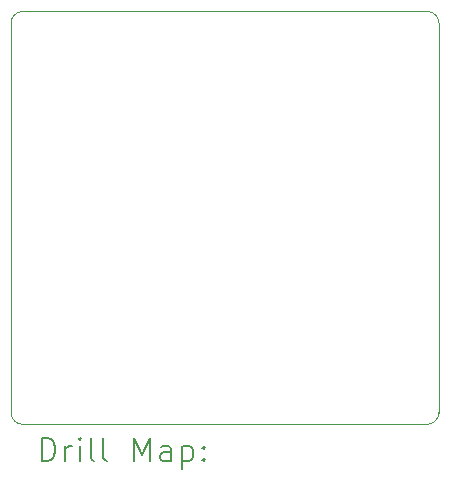
<source format=gbr>
%TF.GenerationSoftware,KiCad,Pcbnew,9.0.6*%
%TF.CreationDate,2026-01-26T18:49:13-03:00*%
%TF.ProjectId,evasion_sensor,65766173-696f-46e5-9f73-656e736f722e,rev?*%
%TF.SameCoordinates,Original*%
%TF.FileFunction,Drillmap*%
%TF.FilePolarity,Positive*%
%FSLAX45Y45*%
G04 Gerber Fmt 4.5, Leading zero omitted, Abs format (unit mm)*
G04 Created by KiCad (PCBNEW 9.0.6) date 2026-01-26 18:49:13*
%MOMM*%
%LPD*%
G01*
G04 APERTURE LIST*
%ADD10C,0.050000*%
%ADD11C,0.200000*%
G04 APERTURE END LIST*
D10*
X17763000Y-9034000D02*
G75*
G02*
X17663000Y-8934000I0J100000D01*
G01*
X21286000Y-5637000D02*
X21286000Y-8934000D01*
X17663000Y-8934000D02*
X17663000Y-5637000D01*
X17663000Y-5637000D02*
G75*
G02*
X17763000Y-5537000I100000J0D01*
G01*
X21186000Y-5537000D02*
G75*
G02*
X21286000Y-5637000I0J-100000D01*
G01*
X21186000Y-9034000D02*
X17763000Y-9034000D01*
X17763000Y-5537000D02*
X21186000Y-5537000D01*
X21286000Y-8934000D02*
G75*
G02*
X21186000Y-9034000I-100000J0D01*
G01*
D11*
X17921277Y-9347984D02*
X17921277Y-9147984D01*
X17921277Y-9147984D02*
X17968896Y-9147984D01*
X17968896Y-9147984D02*
X17997467Y-9157508D01*
X17997467Y-9157508D02*
X18016515Y-9176555D01*
X18016515Y-9176555D02*
X18026039Y-9195603D01*
X18026039Y-9195603D02*
X18035563Y-9233698D01*
X18035563Y-9233698D02*
X18035563Y-9262270D01*
X18035563Y-9262270D02*
X18026039Y-9300365D01*
X18026039Y-9300365D02*
X18016515Y-9319412D01*
X18016515Y-9319412D02*
X17997467Y-9338460D01*
X17997467Y-9338460D02*
X17968896Y-9347984D01*
X17968896Y-9347984D02*
X17921277Y-9347984D01*
X18121277Y-9347984D02*
X18121277Y-9214650D01*
X18121277Y-9252746D02*
X18130801Y-9233698D01*
X18130801Y-9233698D02*
X18140324Y-9224174D01*
X18140324Y-9224174D02*
X18159372Y-9214650D01*
X18159372Y-9214650D02*
X18178420Y-9214650D01*
X18245086Y-9347984D02*
X18245086Y-9214650D01*
X18245086Y-9147984D02*
X18235563Y-9157508D01*
X18235563Y-9157508D02*
X18245086Y-9167031D01*
X18245086Y-9167031D02*
X18254610Y-9157508D01*
X18254610Y-9157508D02*
X18245086Y-9147984D01*
X18245086Y-9147984D02*
X18245086Y-9167031D01*
X18368896Y-9347984D02*
X18349848Y-9338460D01*
X18349848Y-9338460D02*
X18340324Y-9319412D01*
X18340324Y-9319412D02*
X18340324Y-9147984D01*
X18473658Y-9347984D02*
X18454610Y-9338460D01*
X18454610Y-9338460D02*
X18445086Y-9319412D01*
X18445086Y-9319412D02*
X18445086Y-9147984D01*
X18702229Y-9347984D02*
X18702229Y-9147984D01*
X18702229Y-9147984D02*
X18768896Y-9290841D01*
X18768896Y-9290841D02*
X18835563Y-9147984D01*
X18835563Y-9147984D02*
X18835563Y-9347984D01*
X19016515Y-9347984D02*
X19016515Y-9243222D01*
X19016515Y-9243222D02*
X19006991Y-9224174D01*
X19006991Y-9224174D02*
X18987944Y-9214650D01*
X18987944Y-9214650D02*
X18949848Y-9214650D01*
X18949848Y-9214650D02*
X18930801Y-9224174D01*
X19016515Y-9338460D02*
X18997467Y-9347984D01*
X18997467Y-9347984D02*
X18949848Y-9347984D01*
X18949848Y-9347984D02*
X18930801Y-9338460D01*
X18930801Y-9338460D02*
X18921277Y-9319412D01*
X18921277Y-9319412D02*
X18921277Y-9300365D01*
X18921277Y-9300365D02*
X18930801Y-9281317D01*
X18930801Y-9281317D02*
X18949848Y-9271793D01*
X18949848Y-9271793D02*
X18997467Y-9271793D01*
X18997467Y-9271793D02*
X19016515Y-9262270D01*
X19111753Y-9214650D02*
X19111753Y-9414650D01*
X19111753Y-9224174D02*
X19130801Y-9214650D01*
X19130801Y-9214650D02*
X19168896Y-9214650D01*
X19168896Y-9214650D02*
X19187944Y-9224174D01*
X19187944Y-9224174D02*
X19197467Y-9233698D01*
X19197467Y-9233698D02*
X19206991Y-9252746D01*
X19206991Y-9252746D02*
X19206991Y-9309889D01*
X19206991Y-9309889D02*
X19197467Y-9328936D01*
X19197467Y-9328936D02*
X19187944Y-9338460D01*
X19187944Y-9338460D02*
X19168896Y-9347984D01*
X19168896Y-9347984D02*
X19130801Y-9347984D01*
X19130801Y-9347984D02*
X19111753Y-9338460D01*
X19292705Y-9328936D02*
X19302229Y-9338460D01*
X19302229Y-9338460D02*
X19292705Y-9347984D01*
X19292705Y-9347984D02*
X19283182Y-9338460D01*
X19283182Y-9338460D02*
X19292705Y-9328936D01*
X19292705Y-9328936D02*
X19292705Y-9347984D01*
X19292705Y-9224174D02*
X19302229Y-9233698D01*
X19302229Y-9233698D02*
X19292705Y-9243222D01*
X19292705Y-9243222D02*
X19283182Y-9233698D01*
X19283182Y-9233698D02*
X19292705Y-9224174D01*
X19292705Y-9224174D02*
X19292705Y-9243222D01*
M02*

</source>
